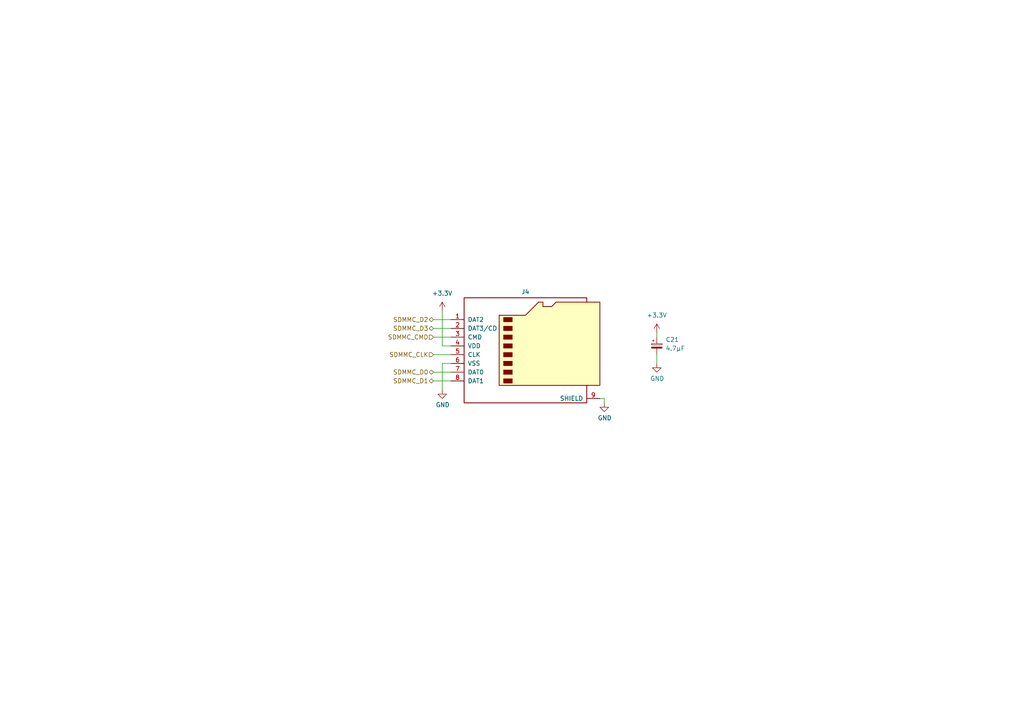
<source format=kicad_sch>
(kicad_sch (version 20211123) (generator eeschema)
  (paper "A4")
  (title_block (title "SD Card") (date "2022-12-23") (rev "${REVISION}") (company "Authors: H. Fedarovich, I. Kajdan") (comment 1 "Reviewer: A. Bondyra"))
  (lib_symbols
    (symbol "Connector:Micro_SD_Card" (pin_names (offset 1.016))
      (property "Reference" "J" (at -16.51 15.24 0))
      (property "Value" "Micro_SD_Card" (at 16.51 15.24 0))
      (symbol "Micro_SD_Card_0_1"
        (rectangle (start -7.62 -9.525) (end -5.08 -10.795) (fill (type outline)))
        (rectangle (start -7.62 -6.985) (end -5.08 -8.255) (fill (type outline)))
        (rectangle (start -7.62 -4.445) (end -5.08 -5.715) (fill (type outline)))
        (rectangle (start -7.62 -1.905) (end -5.08 -3.175) (fill (type outline)))
        (rectangle (start -7.62 0.635) (end -5.08 -0.635) (fill (type outline)))
        (rectangle (start -7.62 3.175) (end -5.08 1.905) (fill (type outline)))
        (rectangle (start -7.62 5.715) (end -5.08 4.445) (fill (type outline)))
        (rectangle (start -7.62 8.255) (end -5.08 6.985) (fill (type outline)))
        (polyline (pts (xy 16.51 12.7) (xy 16.51 13.97) (xy -19.05 13.97) (xy -19.05 -16.51) (xy 16.51 -16.51) (xy 16.51 -11.43)) (stroke (width 0.254)))
        (polyline (pts (xy -8.89 -11.43) (xy -8.89 8.89) (xy -1.27 8.89) (xy 2.54 12.7) (xy 3.81 12.7) (xy 3.81 11.43) (xy 6.35 11.43) (xy 7.62 12.7) (xy 20.32 12.7) (xy 20.32 -11.43) (xy -8.89 -11.43)) (stroke (width 0.254)) (fill (type background)))
      )
      (symbol "Micro_SD_Card_1_1"
        (pin bidirectional line (at -22.86 7.62 0) (length 3.81) (name "DAT2") (number "1"))
        (pin bidirectional line (at -22.86 5.08 0) (length 3.81) (name "DAT3/CD") (number "2"))
        (pin input line (at -22.86 2.54 0) (length 3.81) (name "CMD") (number "3"))
        (pin power_in line (at -22.86 0 0) (length 3.81) (name "VDD") (number "4"))
        (pin input line (at -22.86 -2.54 0) (length 3.81) (name "CLK") (number "5"))
        (pin power_in line (at -22.86 -5.08 0) (length 3.81) (name "VSS") (number "6"))
        (pin bidirectional line (at -22.86 -7.62 0) (length 3.81) (name "DAT0") (number "7"))
        (pin bidirectional line (at -22.86 -10.16 0) (length 3.81) (name "DAT1") (number "8"))
        (pin passive line (at 20.32 -15.24 180) (length 3.81) (name "SHIELD") (number "9"))
      )
    )
    (symbol "Device:C_Polarized_Small" (pin_numbers hide) (pin_names (offset 0.254) hide)
      (property "Reference" "C" (at 0.254 1.778 0))
      (property "Value" "C_Polarized_Small" (at 0.254 -2.032 0))
      (symbol "C_Polarized_Small_0_1"
        (rectangle (start -1.524 -0.3048) (end 1.524 -0.6858) (fill (type outline)))
        (rectangle (start -1.524 0.6858) (end 1.524 0.3048))
        (polyline (pts (xy -1.27 1.524) (xy -0.762 1.524)))
        (polyline (pts (xy -1.016 1.27) (xy -1.016 1.778)))
      )
      (symbol "C_Polarized_Small_1_1"
        (pin passive line (at 0 2.54 270) (length 1.8542) (name "~") (number "1"))
        (pin passive line (at 0 -2.54 90) (length 1.8542) (name "~") (number "2"))
      )
    )
    (symbol "power:+3.3V" (power) (pin_names (offset 0))
      (property "Value" "+3.3V" (at 0 3.556 0))
      (symbol "+3.3V_0_1"
        (polyline (pts (xy -0.762 1.27) (xy 0 2.54)))
        (polyline (pts (xy 0 0) (xy 0 2.54)))
        (polyline (pts (xy 0 2.54) (xy 0.762 1.27)))
      )
      (symbol "+3.3V_1_1"
        (pin power_in line (at 0 0 90) (length 0) hide (name "+3.3V") (number "1"))
      )
    )
    (symbol "power:GND" (power) (pin_names (offset 0))
      (property "Value" "GND" (at 0 -3.81 0))
      (symbol "GND_0_1"
        (polyline (pts (xy 0 0) (xy 0 -1.27) (xy 1.27 -1.27) (xy 0 -2.54) (xy -1.27 -1.27) (xy 0 -1.27)))
      )
      (symbol "GND_1_1"
        (pin power_in line (at 0 0 270) (length 0) hide (name "GND") (number "1"))
      )
    )
  )
  (wire (pts (xy 175.26 115.57) (xy 173.99 115.57)))
  (wire (pts (xy 125.73 92.71) (xy 130.81 92.71)))
  (wire (pts (xy 130.81 110.49) (xy 125.73 110.49)))
  (wire (pts (xy 125.73 102.87) (xy 130.81 102.87)))
  (wire (pts (xy 128.27 105.41) (xy 130.81 105.41)))
  (wire (pts (xy 190.5 102.87) (xy 190.5 105.41)))
  (wire (pts (xy 175.26 116.84) (xy 175.26 115.57)))
  (wire (pts (xy 125.73 95.25) (xy 130.81 95.25)))
  (wire (pts (xy 125.73 107.95) (xy 130.81 107.95)))
  (wire (pts (xy 130.81 100.33) (xy 128.27 100.33)))
  (wire (pts (xy 190.5 96.52) (xy 190.5 97.79)))
  (wire (pts (xy 128.27 113.03) (xy 128.27 105.41)))
  (wire (pts (xy 128.27 90.17) (xy 128.27 100.33)))
  (wire (pts (xy 125.73 97.79) (xy 130.81 97.79)))
  (hierarchical_label "SDMMC_D3" (shape bidirectional) (at 125.73 95.25 180))
  (hierarchical_label "SDMMC_D1" (shape bidirectional) (at 125.73 110.49 180))
  (hierarchical_label "SDMMC_D2" (shape bidirectional) (at 125.73 92.71 180))
  (hierarchical_label "SDMMC_D0" (shape bidirectional) (at 125.73 107.95 180))
  (hierarchical_label "SDMMC_CLK" (shape input) (at 125.73 102.87 180))
  (hierarchical_label "SDMMC_CMD" (shape input) (at 125.73 97.79 180))
  (symbol (lib_id "Connector:Micro_SD_Card") (at 153.67 100.33 0) (unit 1)
    (property "Reference" "J4" (at 152.4 84.6582 0))
    (property "Value" "Micro_SD_Card" (effects hide))
    (property "Footprint" "Local_Library:112K-TAA0-RA1" (effects hide))
    (property "Datasheet" "https://www.tme.eu/Document/c3b9a7ded342d5553aff6a91c42e4fab/112K-TAA0-RA1.pdf" (effects hide))
  )
  (symbol (lib_id "Device:C_Polarized_Small") (at 190.5 100.33 0) (unit 1)
    (property "Reference" "C21" (at 193.04 98.5138 0) (effects (justify left)))
    (property "Value" "4.7μF" (at 193.04 101.0538 0) (effects (justify left)))
    (property "Footprint" "Capacitor_Tantalum_SMD:CP_EIA-3216-10_Kemet-I" (effects hide))
  )
  (symbol (lib_id "power:GND") (at 190.5 105.41 0) (unit 1)
    (property "Reference" "#PWR051" (effects hide))
    (property "Value" "GND" (at 190.627 109.8042 0))
  )
  (symbol (lib_id "power:+3.3V") (at 190.5 96.52 0) (unit 1)
    (property "Reference" "#PWR050" (effects hide))
    (property "Value" "+3.3V" (at 190.5 91.44 0))
  )
  (symbol (lib_id "power:+3.3V") (at 128.27 90.17 0) (unit 1)
    (property "Reference" "#PWR049" (effects hide))
    (property "Value" "+3.3V" (at 128.27 85.09 0))
  )
  (symbol (lib_id "power:GND") (at 128.27 113.03 0) (unit 1)
    (property "Reference" "#PWR052" (effects hide))
    (property "Value" "GND" (at 128.397 117.4242 0))
  )
  (symbol (lib_id "power:GND") (at 175.26 116.84 0) (unit 1)
    (property "Reference" "#PWR053" (effects hide))
    (property "Value" "GND" (at 175.387 121.2342 0))
  )
)
</source>
